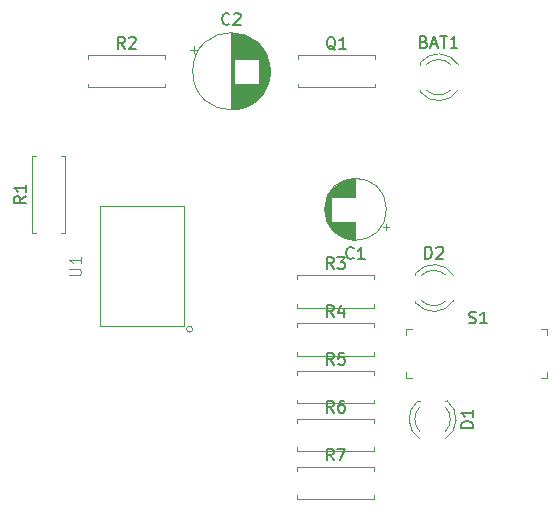
<source format=gbr>
%TF.GenerationSoftware,KiCad,Pcbnew,7.0.2*%
%TF.CreationDate,2023-05-19T20:53:45+09:00*%
%TF.ProjectId,555_practice,3535355f-7072-4616-9374-6963652e6b69,rev?*%
%TF.SameCoordinates,Original*%
%TF.FileFunction,Legend,Top*%
%TF.FilePolarity,Positive*%
%FSLAX46Y46*%
G04 Gerber Fmt 4.6, Leading zero omitted, Abs format (unit mm)*
G04 Created by KiCad (PCBNEW 7.0.2) date 2023-05-19 20:53:45*
%MOMM*%
%LPD*%
G01*
G04 APERTURE LIST*
%ADD10C,0.150000*%
%ADD11C,0.100000*%
%ADD12C,0.120000*%
%ADD13C,0.101600*%
G04 APERTURE END LIST*
D10*
%TO.C,C2*%
X84903333Y-92487380D02*
X84855714Y-92535000D01*
X84855714Y-92535000D02*
X84712857Y-92582619D01*
X84712857Y-92582619D02*
X84617619Y-92582619D01*
X84617619Y-92582619D02*
X84474762Y-92535000D01*
X84474762Y-92535000D02*
X84379524Y-92439761D01*
X84379524Y-92439761D02*
X84331905Y-92344523D01*
X84331905Y-92344523D02*
X84284286Y-92154047D01*
X84284286Y-92154047D02*
X84284286Y-92011190D01*
X84284286Y-92011190D02*
X84331905Y-91820714D01*
X84331905Y-91820714D02*
X84379524Y-91725476D01*
X84379524Y-91725476D02*
X84474762Y-91630238D01*
X84474762Y-91630238D02*
X84617619Y-91582619D01*
X84617619Y-91582619D02*
X84712857Y-91582619D01*
X84712857Y-91582619D02*
X84855714Y-91630238D01*
X84855714Y-91630238D02*
X84903333Y-91677857D01*
X85284286Y-91677857D02*
X85331905Y-91630238D01*
X85331905Y-91630238D02*
X85427143Y-91582619D01*
X85427143Y-91582619D02*
X85665238Y-91582619D01*
X85665238Y-91582619D02*
X85760476Y-91630238D01*
X85760476Y-91630238D02*
X85808095Y-91677857D01*
X85808095Y-91677857D02*
X85855714Y-91773095D01*
X85855714Y-91773095D02*
X85855714Y-91868333D01*
X85855714Y-91868333D02*
X85808095Y-92011190D01*
X85808095Y-92011190D02*
X85236667Y-92582619D01*
X85236667Y-92582619D02*
X85855714Y-92582619D01*
D11*
%TO.C,U1*%
X71344619Y-113791904D02*
X72154142Y-113791904D01*
X72154142Y-113791904D02*
X72249380Y-113744285D01*
X72249380Y-113744285D02*
X72297000Y-113696666D01*
X72297000Y-113696666D02*
X72344619Y-113601428D01*
X72344619Y-113601428D02*
X72344619Y-113410952D01*
X72344619Y-113410952D02*
X72297000Y-113315714D01*
X72297000Y-113315714D02*
X72249380Y-113268095D01*
X72249380Y-113268095D02*
X72154142Y-113220476D01*
X72154142Y-113220476D02*
X71344619Y-113220476D01*
X72344619Y-112220476D02*
X72344619Y-112791904D01*
X72344619Y-112506190D02*
X71344619Y-112506190D01*
X71344619Y-112506190D02*
X71487476Y-112601428D01*
X71487476Y-112601428D02*
X71582714Y-112696666D01*
X71582714Y-112696666D02*
X71630333Y-112791904D01*
D10*
%TO.C,R1*%
X67688619Y-107100666D02*
X67212428Y-107433999D01*
X67688619Y-107672094D02*
X66688619Y-107672094D01*
X66688619Y-107672094D02*
X66688619Y-107291142D01*
X66688619Y-107291142D02*
X66736238Y-107195904D01*
X66736238Y-107195904D02*
X66783857Y-107148285D01*
X66783857Y-107148285D02*
X66879095Y-107100666D01*
X66879095Y-107100666D02*
X67021952Y-107100666D01*
X67021952Y-107100666D02*
X67117190Y-107148285D01*
X67117190Y-107148285D02*
X67164809Y-107195904D01*
X67164809Y-107195904D02*
X67212428Y-107291142D01*
X67212428Y-107291142D02*
X67212428Y-107672094D01*
X67688619Y-106148285D02*
X67688619Y-106719713D01*
X67688619Y-106433999D02*
X66688619Y-106433999D01*
X66688619Y-106433999D02*
X66831476Y-106529237D01*
X66831476Y-106529237D02*
X66926714Y-106624475D01*
X66926714Y-106624475D02*
X66974333Y-106719713D01*
%TO.C,R2*%
X76033333Y-94612619D02*
X75700000Y-94136428D01*
X75461905Y-94612619D02*
X75461905Y-93612619D01*
X75461905Y-93612619D02*
X75842857Y-93612619D01*
X75842857Y-93612619D02*
X75938095Y-93660238D01*
X75938095Y-93660238D02*
X75985714Y-93707857D01*
X75985714Y-93707857D02*
X76033333Y-93803095D01*
X76033333Y-93803095D02*
X76033333Y-93945952D01*
X76033333Y-93945952D02*
X75985714Y-94041190D01*
X75985714Y-94041190D02*
X75938095Y-94088809D01*
X75938095Y-94088809D02*
X75842857Y-94136428D01*
X75842857Y-94136428D02*
X75461905Y-94136428D01*
X76414286Y-93707857D02*
X76461905Y-93660238D01*
X76461905Y-93660238D02*
X76557143Y-93612619D01*
X76557143Y-93612619D02*
X76795238Y-93612619D01*
X76795238Y-93612619D02*
X76890476Y-93660238D01*
X76890476Y-93660238D02*
X76938095Y-93707857D01*
X76938095Y-93707857D02*
X76985714Y-93803095D01*
X76985714Y-93803095D02*
X76985714Y-93898333D01*
X76985714Y-93898333D02*
X76938095Y-94041190D01*
X76938095Y-94041190D02*
X76366667Y-94612619D01*
X76366667Y-94612619D02*
X76985714Y-94612619D01*
%TO.C,Q1*%
X93884761Y-94707857D02*
X93789523Y-94660238D01*
X93789523Y-94660238D02*
X93694285Y-94565000D01*
X93694285Y-94565000D02*
X93551428Y-94422142D01*
X93551428Y-94422142D02*
X93456190Y-94374523D01*
X93456190Y-94374523D02*
X93360952Y-94374523D01*
X93408571Y-94612619D02*
X93313333Y-94565000D01*
X93313333Y-94565000D02*
X93218095Y-94469761D01*
X93218095Y-94469761D02*
X93170476Y-94279285D01*
X93170476Y-94279285D02*
X93170476Y-93945952D01*
X93170476Y-93945952D02*
X93218095Y-93755476D01*
X93218095Y-93755476D02*
X93313333Y-93660238D01*
X93313333Y-93660238D02*
X93408571Y-93612619D01*
X93408571Y-93612619D02*
X93599047Y-93612619D01*
X93599047Y-93612619D02*
X93694285Y-93660238D01*
X93694285Y-93660238D02*
X93789523Y-93755476D01*
X93789523Y-93755476D02*
X93837142Y-93945952D01*
X93837142Y-93945952D02*
X93837142Y-94279285D01*
X93837142Y-94279285D02*
X93789523Y-94469761D01*
X93789523Y-94469761D02*
X93694285Y-94565000D01*
X93694285Y-94565000D02*
X93599047Y-94612619D01*
X93599047Y-94612619D02*
X93408571Y-94612619D01*
X94789523Y-94612619D02*
X94218095Y-94612619D01*
X94503809Y-94612619D02*
X94503809Y-93612619D01*
X94503809Y-93612619D02*
X94408571Y-93755476D01*
X94408571Y-93755476D02*
X94313333Y-93850714D01*
X94313333Y-93850714D02*
X94218095Y-93898333D01*
%TO.C,R5*%
X93719533Y-121365619D02*
X93386200Y-120889428D01*
X93148105Y-121365619D02*
X93148105Y-120365619D01*
X93148105Y-120365619D02*
X93529057Y-120365619D01*
X93529057Y-120365619D02*
X93624295Y-120413238D01*
X93624295Y-120413238D02*
X93671914Y-120460857D01*
X93671914Y-120460857D02*
X93719533Y-120556095D01*
X93719533Y-120556095D02*
X93719533Y-120698952D01*
X93719533Y-120698952D02*
X93671914Y-120794190D01*
X93671914Y-120794190D02*
X93624295Y-120841809D01*
X93624295Y-120841809D02*
X93529057Y-120889428D01*
X93529057Y-120889428D02*
X93148105Y-120889428D01*
X94624295Y-120365619D02*
X94148105Y-120365619D01*
X94148105Y-120365619D02*
X94100486Y-120841809D01*
X94100486Y-120841809D02*
X94148105Y-120794190D01*
X94148105Y-120794190D02*
X94243343Y-120746571D01*
X94243343Y-120746571D02*
X94481438Y-120746571D01*
X94481438Y-120746571D02*
X94576676Y-120794190D01*
X94576676Y-120794190D02*
X94624295Y-120841809D01*
X94624295Y-120841809D02*
X94671914Y-120937047D01*
X94671914Y-120937047D02*
X94671914Y-121175142D01*
X94671914Y-121175142D02*
X94624295Y-121270380D01*
X94624295Y-121270380D02*
X94576676Y-121318000D01*
X94576676Y-121318000D02*
X94481438Y-121365619D01*
X94481438Y-121365619D02*
X94243343Y-121365619D01*
X94243343Y-121365619D02*
X94148105Y-121318000D01*
X94148105Y-121318000D02*
X94100486Y-121270380D01*
%TO.C,R4*%
X93719533Y-117315619D02*
X93386200Y-116839428D01*
X93148105Y-117315619D02*
X93148105Y-116315619D01*
X93148105Y-116315619D02*
X93529057Y-116315619D01*
X93529057Y-116315619D02*
X93624295Y-116363238D01*
X93624295Y-116363238D02*
X93671914Y-116410857D01*
X93671914Y-116410857D02*
X93719533Y-116506095D01*
X93719533Y-116506095D02*
X93719533Y-116648952D01*
X93719533Y-116648952D02*
X93671914Y-116744190D01*
X93671914Y-116744190D02*
X93624295Y-116791809D01*
X93624295Y-116791809D02*
X93529057Y-116839428D01*
X93529057Y-116839428D02*
X93148105Y-116839428D01*
X94576676Y-116648952D02*
X94576676Y-117315619D01*
X94338581Y-116268000D02*
X94100486Y-116982285D01*
X94100486Y-116982285D02*
X94719533Y-116982285D01*
%TO.C,BAT1*%
X101396714Y-94006809D02*
X101539571Y-94054428D01*
X101539571Y-94054428D02*
X101587190Y-94102047D01*
X101587190Y-94102047D02*
X101634809Y-94197285D01*
X101634809Y-94197285D02*
X101634809Y-94340142D01*
X101634809Y-94340142D02*
X101587190Y-94435380D01*
X101587190Y-94435380D02*
X101539571Y-94483000D01*
X101539571Y-94483000D02*
X101444333Y-94530619D01*
X101444333Y-94530619D02*
X101063381Y-94530619D01*
X101063381Y-94530619D02*
X101063381Y-93530619D01*
X101063381Y-93530619D02*
X101396714Y-93530619D01*
X101396714Y-93530619D02*
X101491952Y-93578238D01*
X101491952Y-93578238D02*
X101539571Y-93625857D01*
X101539571Y-93625857D02*
X101587190Y-93721095D01*
X101587190Y-93721095D02*
X101587190Y-93816333D01*
X101587190Y-93816333D02*
X101539571Y-93911571D01*
X101539571Y-93911571D02*
X101491952Y-93959190D01*
X101491952Y-93959190D02*
X101396714Y-94006809D01*
X101396714Y-94006809D02*
X101063381Y-94006809D01*
X102015762Y-94244904D02*
X102491952Y-94244904D01*
X101920524Y-94530619D02*
X102253857Y-93530619D01*
X102253857Y-93530619D02*
X102587190Y-94530619D01*
X102777667Y-93530619D02*
X103349095Y-93530619D01*
X103063381Y-94530619D02*
X103063381Y-93530619D01*
X104206238Y-94530619D02*
X103634810Y-94530619D01*
X103920524Y-94530619D02*
X103920524Y-93530619D01*
X103920524Y-93530619D02*
X103825286Y-93673476D01*
X103825286Y-93673476D02*
X103730048Y-93768714D01*
X103730048Y-93768714D02*
X103634810Y-93816333D01*
%TO.C,R6*%
X93719533Y-125415619D02*
X93386200Y-124939428D01*
X93148105Y-125415619D02*
X93148105Y-124415619D01*
X93148105Y-124415619D02*
X93529057Y-124415619D01*
X93529057Y-124415619D02*
X93624295Y-124463238D01*
X93624295Y-124463238D02*
X93671914Y-124510857D01*
X93671914Y-124510857D02*
X93719533Y-124606095D01*
X93719533Y-124606095D02*
X93719533Y-124748952D01*
X93719533Y-124748952D02*
X93671914Y-124844190D01*
X93671914Y-124844190D02*
X93624295Y-124891809D01*
X93624295Y-124891809D02*
X93529057Y-124939428D01*
X93529057Y-124939428D02*
X93148105Y-124939428D01*
X94576676Y-124415619D02*
X94386200Y-124415619D01*
X94386200Y-124415619D02*
X94290962Y-124463238D01*
X94290962Y-124463238D02*
X94243343Y-124510857D01*
X94243343Y-124510857D02*
X94148105Y-124653714D01*
X94148105Y-124653714D02*
X94100486Y-124844190D01*
X94100486Y-124844190D02*
X94100486Y-125225142D01*
X94100486Y-125225142D02*
X94148105Y-125320380D01*
X94148105Y-125320380D02*
X94195724Y-125368000D01*
X94195724Y-125368000D02*
X94290962Y-125415619D01*
X94290962Y-125415619D02*
X94481438Y-125415619D01*
X94481438Y-125415619D02*
X94576676Y-125368000D01*
X94576676Y-125368000D02*
X94624295Y-125320380D01*
X94624295Y-125320380D02*
X94671914Y-125225142D01*
X94671914Y-125225142D02*
X94671914Y-124987047D01*
X94671914Y-124987047D02*
X94624295Y-124891809D01*
X94624295Y-124891809D02*
X94576676Y-124844190D01*
X94576676Y-124844190D02*
X94481438Y-124796571D01*
X94481438Y-124796571D02*
X94290962Y-124796571D01*
X94290962Y-124796571D02*
X94195724Y-124844190D01*
X94195724Y-124844190D02*
X94148105Y-124891809D01*
X94148105Y-124891809D02*
X94100486Y-124987047D01*
%TO.C,C1*%
X95414221Y-112321380D02*
X95366602Y-112369000D01*
X95366602Y-112369000D02*
X95223745Y-112416619D01*
X95223745Y-112416619D02*
X95128507Y-112416619D01*
X95128507Y-112416619D02*
X94985650Y-112369000D01*
X94985650Y-112369000D02*
X94890412Y-112273761D01*
X94890412Y-112273761D02*
X94842793Y-112178523D01*
X94842793Y-112178523D02*
X94795174Y-111988047D01*
X94795174Y-111988047D02*
X94795174Y-111845190D01*
X94795174Y-111845190D02*
X94842793Y-111654714D01*
X94842793Y-111654714D02*
X94890412Y-111559476D01*
X94890412Y-111559476D02*
X94985650Y-111464238D01*
X94985650Y-111464238D02*
X95128507Y-111416619D01*
X95128507Y-111416619D02*
X95223745Y-111416619D01*
X95223745Y-111416619D02*
X95366602Y-111464238D01*
X95366602Y-111464238D02*
X95414221Y-111511857D01*
X96366602Y-112416619D02*
X95795174Y-112416619D01*
X96080888Y-112416619D02*
X96080888Y-111416619D01*
X96080888Y-111416619D02*
X95985650Y-111559476D01*
X95985650Y-111559476D02*
X95890412Y-111654714D01*
X95890412Y-111654714D02*
X95795174Y-111702333D01*
%TO.C,R3*%
X93719533Y-113265619D02*
X93386200Y-112789428D01*
X93148105Y-113265619D02*
X93148105Y-112265619D01*
X93148105Y-112265619D02*
X93529057Y-112265619D01*
X93529057Y-112265619D02*
X93624295Y-112313238D01*
X93624295Y-112313238D02*
X93671914Y-112360857D01*
X93671914Y-112360857D02*
X93719533Y-112456095D01*
X93719533Y-112456095D02*
X93719533Y-112598952D01*
X93719533Y-112598952D02*
X93671914Y-112694190D01*
X93671914Y-112694190D02*
X93624295Y-112741809D01*
X93624295Y-112741809D02*
X93529057Y-112789428D01*
X93529057Y-112789428D02*
X93148105Y-112789428D01*
X94052867Y-112265619D02*
X94671914Y-112265619D01*
X94671914Y-112265619D02*
X94338581Y-112646571D01*
X94338581Y-112646571D02*
X94481438Y-112646571D01*
X94481438Y-112646571D02*
X94576676Y-112694190D01*
X94576676Y-112694190D02*
X94624295Y-112741809D01*
X94624295Y-112741809D02*
X94671914Y-112837047D01*
X94671914Y-112837047D02*
X94671914Y-113075142D01*
X94671914Y-113075142D02*
X94624295Y-113170380D01*
X94624295Y-113170380D02*
X94576676Y-113218000D01*
X94576676Y-113218000D02*
X94481438Y-113265619D01*
X94481438Y-113265619D02*
X94195724Y-113265619D01*
X94195724Y-113265619D02*
X94100486Y-113218000D01*
X94100486Y-113218000D02*
X94052867Y-113170380D01*
%TO.C,D1*%
X105530619Y-126717094D02*
X104530619Y-126717094D01*
X104530619Y-126717094D02*
X104530619Y-126478999D01*
X104530619Y-126478999D02*
X104578238Y-126336142D01*
X104578238Y-126336142D02*
X104673476Y-126240904D01*
X104673476Y-126240904D02*
X104768714Y-126193285D01*
X104768714Y-126193285D02*
X104959190Y-126145666D01*
X104959190Y-126145666D02*
X105102047Y-126145666D01*
X105102047Y-126145666D02*
X105292523Y-126193285D01*
X105292523Y-126193285D02*
X105387761Y-126240904D01*
X105387761Y-126240904D02*
X105483000Y-126336142D01*
X105483000Y-126336142D02*
X105530619Y-126478999D01*
X105530619Y-126478999D02*
X105530619Y-126717094D01*
X105530619Y-125193285D02*
X105530619Y-125764713D01*
X105530619Y-125478999D02*
X104530619Y-125478999D01*
X104530619Y-125478999D02*
X104673476Y-125574237D01*
X104673476Y-125574237D02*
X104768714Y-125669475D01*
X104768714Y-125669475D02*
X104816333Y-125764713D01*
%TO.C,R7*%
X93719533Y-129465619D02*
X93386200Y-128989428D01*
X93148105Y-129465619D02*
X93148105Y-128465619D01*
X93148105Y-128465619D02*
X93529057Y-128465619D01*
X93529057Y-128465619D02*
X93624295Y-128513238D01*
X93624295Y-128513238D02*
X93671914Y-128560857D01*
X93671914Y-128560857D02*
X93719533Y-128656095D01*
X93719533Y-128656095D02*
X93719533Y-128798952D01*
X93719533Y-128798952D02*
X93671914Y-128894190D01*
X93671914Y-128894190D02*
X93624295Y-128941809D01*
X93624295Y-128941809D02*
X93529057Y-128989428D01*
X93529057Y-128989428D02*
X93148105Y-128989428D01*
X94052867Y-128465619D02*
X94719533Y-128465619D01*
X94719533Y-128465619D02*
X94290962Y-129465619D01*
%TO.C,D2*%
X101478105Y-112375619D02*
X101478105Y-111375619D01*
X101478105Y-111375619D02*
X101716200Y-111375619D01*
X101716200Y-111375619D02*
X101859057Y-111423238D01*
X101859057Y-111423238D02*
X101954295Y-111518476D01*
X101954295Y-111518476D02*
X102001914Y-111613714D01*
X102001914Y-111613714D02*
X102049533Y-111804190D01*
X102049533Y-111804190D02*
X102049533Y-111947047D01*
X102049533Y-111947047D02*
X102001914Y-112137523D01*
X102001914Y-112137523D02*
X101954295Y-112232761D01*
X101954295Y-112232761D02*
X101859057Y-112328000D01*
X101859057Y-112328000D02*
X101716200Y-112375619D01*
X101716200Y-112375619D02*
X101478105Y-112375619D01*
X102430486Y-111470857D02*
X102478105Y-111423238D01*
X102478105Y-111423238D02*
X102573343Y-111375619D01*
X102573343Y-111375619D02*
X102811438Y-111375619D01*
X102811438Y-111375619D02*
X102906676Y-111423238D01*
X102906676Y-111423238D02*
X102954295Y-111470857D01*
X102954295Y-111470857D02*
X103001914Y-111566095D01*
X103001914Y-111566095D02*
X103001914Y-111661333D01*
X103001914Y-111661333D02*
X102954295Y-111804190D01*
X102954295Y-111804190D02*
X102382867Y-112375619D01*
X102382867Y-112375619D02*
X103001914Y-112375619D01*
%TO.C,S1*%
X105194295Y-117818000D02*
X105337152Y-117865619D01*
X105337152Y-117865619D02*
X105575247Y-117865619D01*
X105575247Y-117865619D02*
X105670485Y-117818000D01*
X105670485Y-117818000D02*
X105718104Y-117770380D01*
X105718104Y-117770380D02*
X105765723Y-117675142D01*
X105765723Y-117675142D02*
X105765723Y-117579904D01*
X105765723Y-117579904D02*
X105718104Y-117484666D01*
X105718104Y-117484666D02*
X105670485Y-117437047D01*
X105670485Y-117437047D02*
X105575247Y-117389428D01*
X105575247Y-117389428D02*
X105384771Y-117341809D01*
X105384771Y-117341809D02*
X105289533Y-117294190D01*
X105289533Y-117294190D02*
X105241914Y-117246571D01*
X105241914Y-117246571D02*
X105194295Y-117151333D01*
X105194295Y-117151333D02*
X105194295Y-117056095D01*
X105194295Y-117056095D02*
X105241914Y-116960857D01*
X105241914Y-116960857D02*
X105289533Y-116913238D01*
X105289533Y-116913238D02*
X105384771Y-116865619D01*
X105384771Y-116865619D02*
X105622866Y-116865619D01*
X105622866Y-116865619D02*
X105765723Y-116913238D01*
X106718104Y-117865619D02*
X106146676Y-117865619D01*
X106432390Y-117865619D02*
X106432390Y-116865619D01*
X106432390Y-116865619D02*
X106337152Y-117008476D01*
X106337152Y-117008476D02*
X106241914Y-117103714D01*
X106241914Y-117103714D02*
X106146676Y-117151333D01*
D12*
%TO.C,C2*%
X81569759Y-94681000D02*
X82199759Y-94681000D01*
X81884759Y-94366000D02*
X81884759Y-94996000D01*
X85070000Y-93290000D02*
X85070000Y-99750000D01*
X85110000Y-93290000D02*
X85110000Y-99750000D01*
X85150000Y-93290000D02*
X85150000Y-99750000D01*
X85190000Y-93292000D02*
X85190000Y-99748000D01*
X85230000Y-93293000D02*
X85230000Y-99747000D01*
X85270000Y-93296000D02*
X85270000Y-99744000D01*
X85310000Y-93298000D02*
X85310000Y-95480000D01*
X85310000Y-97560000D02*
X85310000Y-99742000D01*
X85350000Y-93302000D02*
X85350000Y-95480000D01*
X85350000Y-97560000D02*
X85350000Y-99738000D01*
X85390000Y-93305000D02*
X85390000Y-95480000D01*
X85390000Y-97560000D02*
X85390000Y-99735000D01*
X85430000Y-93309000D02*
X85430000Y-95480000D01*
X85430000Y-97560000D02*
X85430000Y-99731000D01*
X85470000Y-93314000D02*
X85470000Y-95480000D01*
X85470000Y-97560000D02*
X85470000Y-99726000D01*
X85510000Y-93319000D02*
X85510000Y-95480000D01*
X85510000Y-97560000D02*
X85510000Y-99721000D01*
X85550000Y-93325000D02*
X85550000Y-95480000D01*
X85550000Y-97560000D02*
X85550000Y-99715000D01*
X85590000Y-93331000D02*
X85590000Y-95480000D01*
X85590000Y-97560000D02*
X85590000Y-99709000D01*
X85630000Y-93338000D02*
X85630000Y-95480000D01*
X85630000Y-97560000D02*
X85630000Y-99702000D01*
X85670000Y-93345000D02*
X85670000Y-95480000D01*
X85670000Y-97560000D02*
X85670000Y-99695000D01*
X85710000Y-93353000D02*
X85710000Y-95480000D01*
X85710000Y-97560000D02*
X85710000Y-99687000D01*
X85750000Y-93361000D02*
X85750000Y-95480000D01*
X85750000Y-97560000D02*
X85750000Y-99679000D01*
X85791000Y-93370000D02*
X85791000Y-95480000D01*
X85791000Y-97560000D02*
X85791000Y-99670000D01*
X85831000Y-93379000D02*
X85831000Y-95480000D01*
X85831000Y-97560000D02*
X85831000Y-99661000D01*
X85871000Y-93389000D02*
X85871000Y-95480000D01*
X85871000Y-97560000D02*
X85871000Y-99651000D01*
X85911000Y-93399000D02*
X85911000Y-95480000D01*
X85911000Y-97560000D02*
X85911000Y-99641000D01*
X85951000Y-93410000D02*
X85951000Y-95480000D01*
X85951000Y-97560000D02*
X85951000Y-99630000D01*
X85991000Y-93422000D02*
X85991000Y-95480000D01*
X85991000Y-97560000D02*
X85991000Y-99618000D01*
X86031000Y-93434000D02*
X86031000Y-95480000D01*
X86031000Y-97560000D02*
X86031000Y-99606000D01*
X86071000Y-93446000D02*
X86071000Y-95480000D01*
X86071000Y-97560000D02*
X86071000Y-99594000D01*
X86111000Y-93459000D02*
X86111000Y-95480000D01*
X86111000Y-97560000D02*
X86111000Y-99581000D01*
X86151000Y-93473000D02*
X86151000Y-95480000D01*
X86151000Y-97560000D02*
X86151000Y-99567000D01*
X86191000Y-93487000D02*
X86191000Y-95480000D01*
X86191000Y-97560000D02*
X86191000Y-99553000D01*
X86231000Y-93502000D02*
X86231000Y-95480000D01*
X86231000Y-97560000D02*
X86231000Y-99538000D01*
X86271000Y-93518000D02*
X86271000Y-95480000D01*
X86271000Y-97560000D02*
X86271000Y-99522000D01*
X86311000Y-93534000D02*
X86311000Y-95480000D01*
X86311000Y-97560000D02*
X86311000Y-99506000D01*
X86351000Y-93550000D02*
X86351000Y-95480000D01*
X86351000Y-97560000D02*
X86351000Y-99490000D01*
X86391000Y-93568000D02*
X86391000Y-95480000D01*
X86391000Y-97560000D02*
X86391000Y-99472000D01*
X86431000Y-93586000D02*
X86431000Y-95480000D01*
X86431000Y-97560000D02*
X86431000Y-99454000D01*
X86471000Y-93604000D02*
X86471000Y-95480000D01*
X86471000Y-97560000D02*
X86471000Y-99436000D01*
X86511000Y-93624000D02*
X86511000Y-95480000D01*
X86511000Y-97560000D02*
X86511000Y-99416000D01*
X86551000Y-93644000D02*
X86551000Y-95480000D01*
X86551000Y-97560000D02*
X86551000Y-99396000D01*
X86591000Y-93664000D02*
X86591000Y-95480000D01*
X86591000Y-97560000D02*
X86591000Y-99376000D01*
X86631000Y-93686000D02*
X86631000Y-95480000D01*
X86631000Y-97560000D02*
X86631000Y-99354000D01*
X86671000Y-93708000D02*
X86671000Y-95480000D01*
X86671000Y-97560000D02*
X86671000Y-99332000D01*
X86711000Y-93730000D02*
X86711000Y-95480000D01*
X86711000Y-97560000D02*
X86711000Y-99310000D01*
X86751000Y-93754000D02*
X86751000Y-95480000D01*
X86751000Y-97560000D02*
X86751000Y-99286000D01*
X86791000Y-93778000D02*
X86791000Y-95480000D01*
X86791000Y-97560000D02*
X86791000Y-99262000D01*
X86831000Y-93804000D02*
X86831000Y-95480000D01*
X86831000Y-97560000D02*
X86831000Y-99236000D01*
X86871000Y-93830000D02*
X86871000Y-95480000D01*
X86871000Y-97560000D02*
X86871000Y-99210000D01*
X86911000Y-93856000D02*
X86911000Y-95480000D01*
X86911000Y-97560000D02*
X86911000Y-99184000D01*
X86951000Y-93884000D02*
X86951000Y-95480000D01*
X86951000Y-97560000D02*
X86951000Y-99156000D01*
X86991000Y-93913000D02*
X86991000Y-95480000D01*
X86991000Y-97560000D02*
X86991000Y-99127000D01*
X87031000Y-93942000D02*
X87031000Y-95480000D01*
X87031000Y-97560000D02*
X87031000Y-99098000D01*
X87071000Y-93972000D02*
X87071000Y-95480000D01*
X87071000Y-97560000D02*
X87071000Y-99068000D01*
X87111000Y-94004000D02*
X87111000Y-95480000D01*
X87111000Y-97560000D02*
X87111000Y-99036000D01*
X87151000Y-94036000D02*
X87151000Y-95480000D01*
X87151000Y-97560000D02*
X87151000Y-99004000D01*
X87191000Y-94070000D02*
X87191000Y-95480000D01*
X87191000Y-97560000D02*
X87191000Y-98970000D01*
X87231000Y-94104000D02*
X87231000Y-95480000D01*
X87231000Y-97560000D02*
X87231000Y-98936000D01*
X87271000Y-94140000D02*
X87271000Y-95480000D01*
X87271000Y-97560000D02*
X87271000Y-98900000D01*
X87311000Y-94177000D02*
X87311000Y-95480000D01*
X87311000Y-97560000D02*
X87311000Y-98863000D01*
X87351000Y-94215000D02*
X87351000Y-95480000D01*
X87351000Y-97560000D02*
X87351000Y-98825000D01*
X87391000Y-94255000D02*
X87391000Y-98785000D01*
X87431000Y-94296000D02*
X87431000Y-98744000D01*
X87471000Y-94338000D02*
X87471000Y-98702000D01*
X87511000Y-94383000D02*
X87511000Y-98657000D01*
X87551000Y-94428000D02*
X87551000Y-98612000D01*
X87591000Y-94476000D02*
X87591000Y-98564000D01*
X87631000Y-94525000D02*
X87631000Y-98515000D01*
X87671000Y-94576000D02*
X87671000Y-98464000D01*
X87711000Y-94630000D02*
X87711000Y-98410000D01*
X87751000Y-94686000D02*
X87751000Y-98354000D01*
X87791000Y-94744000D02*
X87791000Y-98296000D01*
X87831000Y-94806000D02*
X87831000Y-98234000D01*
X87871000Y-94870000D02*
X87871000Y-98170000D01*
X87911000Y-94939000D02*
X87911000Y-98101000D01*
X87951000Y-95011000D02*
X87951000Y-98029000D01*
X87991000Y-95088000D02*
X87991000Y-97952000D01*
X88031000Y-95170000D02*
X88031000Y-97870000D01*
X88071000Y-95258000D02*
X88071000Y-97782000D01*
X88111000Y-95355000D02*
X88111000Y-97685000D01*
X88151000Y-95461000D02*
X88151000Y-97579000D01*
X88191000Y-95580000D02*
X88191000Y-97460000D01*
X88231000Y-95718000D02*
X88231000Y-97322000D01*
X88271000Y-95887000D02*
X88271000Y-97153000D01*
X88311000Y-96118000D02*
X88311000Y-96922000D01*
X88340000Y-96520000D02*
G75*
G03*
X88340000Y-96520000I-3270000J0D01*
G01*
D13*
%TO.C,U1*%
X81788000Y-118364000D02*
G75*
G03*
X81788000Y-118364000I-254000J0D01*
G01*
X81026000Y-118110000D02*
X73914000Y-118110000D01*
X73914000Y-107950000D01*
X81026000Y-107950000D01*
X81026000Y-118110000D01*
D12*
%TO.C,R1*%
X68226000Y-110204000D02*
X68226000Y-103664000D01*
X68556000Y-110204000D02*
X68226000Y-110204000D01*
X70636000Y-110204000D02*
X70966000Y-110204000D01*
X70966000Y-110204000D02*
X70966000Y-103664000D01*
X68226000Y-103664000D02*
X68556000Y-103664000D01*
X70966000Y-103664000D02*
X70636000Y-103664000D01*
%TO.C,R2*%
X72930000Y-95150000D02*
X79470000Y-95150000D01*
X72930000Y-95480000D02*
X72930000Y-95150000D01*
X72930000Y-97560000D02*
X72930000Y-97890000D01*
X72930000Y-97890000D02*
X79470000Y-97890000D01*
X79470000Y-95150000D02*
X79470000Y-95480000D01*
X79470000Y-97890000D02*
X79470000Y-97560000D01*
%TO.C,Q1*%
X90710000Y-95150000D02*
X97250000Y-95150000D01*
X90710000Y-95480000D02*
X90710000Y-95150000D01*
X90710000Y-97560000D02*
X90710000Y-97890000D01*
X90710000Y-97890000D02*
X97250000Y-97890000D01*
X97250000Y-95150000D02*
X97250000Y-95480000D01*
X97250000Y-97890000D02*
X97250000Y-97560000D01*
%TO.C,R5*%
X90616200Y-121903000D02*
X97156200Y-121903000D01*
X90616200Y-122233000D02*
X90616200Y-121903000D01*
X90616200Y-124313000D02*
X90616200Y-124643000D01*
X90616200Y-124643000D02*
X97156200Y-124643000D01*
X97156200Y-121903000D02*
X97156200Y-122233000D01*
X97156200Y-124643000D02*
X97156200Y-124313000D01*
%TO.C,R4*%
X90616200Y-117853000D02*
X97156200Y-117853000D01*
X90616200Y-118183000D02*
X90616200Y-117853000D01*
X90616200Y-120263000D02*
X90616200Y-120593000D01*
X90616200Y-120593000D02*
X97156200Y-120593000D01*
X97156200Y-117853000D02*
X97156200Y-118183000D01*
X97156200Y-120593000D02*
X97156200Y-120263000D01*
%TO.C,BAT1*%
X101051000Y-95792000D02*
X101051000Y-95948000D01*
X101051000Y-98108000D02*
X101051000Y-98264000D01*
X104283334Y-95949392D02*
G75*
G03*
X101051001Y-95792485I-1672334J-1078608D01*
G01*
X103652129Y-95948164D02*
G75*
G03*
X101570040Y-95948001I-1041129J-1079836D01*
G01*
X101570040Y-98107999D02*
G75*
G03*
X103652129Y-98107836I1040960J1079999D01*
G01*
X101051001Y-98263515D02*
G75*
G03*
X104283334Y-98106608I1559999J1235515D01*
G01*
%TO.C,R6*%
X90616200Y-125953000D02*
X97156200Y-125953000D01*
X90616200Y-126283000D02*
X90616200Y-125953000D01*
X90616200Y-128363000D02*
X90616200Y-128693000D01*
X90616200Y-128693000D02*
X97156200Y-128693000D01*
X97156200Y-125953000D02*
X97156200Y-126283000D01*
X97156200Y-128693000D02*
X97156200Y-128363000D01*
%TO.C,C1*%
X98385663Y-109679000D02*
X97885663Y-109679000D01*
X98135663Y-109929000D02*
X98135663Y-109429000D01*
X95580888Y-110784000D02*
X95580888Y-109244000D01*
X95580888Y-107164000D02*
X95580888Y-105624000D01*
X95540888Y-110784000D02*
X95540888Y-109244000D01*
X95540888Y-107164000D02*
X95540888Y-105624000D01*
X95500888Y-110783000D02*
X95500888Y-109244000D01*
X95500888Y-107164000D02*
X95500888Y-105625000D01*
X95460888Y-110782000D02*
X95460888Y-109244000D01*
X95460888Y-107164000D02*
X95460888Y-105626000D01*
X95420888Y-110780000D02*
X95420888Y-109244000D01*
X95420888Y-107164000D02*
X95420888Y-105628000D01*
X95380888Y-110777000D02*
X95380888Y-109244000D01*
X95380888Y-107164000D02*
X95380888Y-105631000D01*
X95340888Y-110773000D02*
X95340888Y-109244000D01*
X95340888Y-107164000D02*
X95340888Y-105635000D01*
X95300888Y-110769000D02*
X95300888Y-109244000D01*
X95300888Y-107164000D02*
X95300888Y-105639000D01*
X95260888Y-110765000D02*
X95260888Y-109244000D01*
X95260888Y-107164000D02*
X95260888Y-105643000D01*
X95220888Y-110760000D02*
X95220888Y-109244000D01*
X95220888Y-107164000D02*
X95220888Y-105648000D01*
X95180888Y-110754000D02*
X95180888Y-109244000D01*
X95180888Y-107164000D02*
X95180888Y-105654000D01*
X95140888Y-110747000D02*
X95140888Y-109244000D01*
X95140888Y-107164000D02*
X95140888Y-105661000D01*
X95100888Y-110740000D02*
X95100888Y-109244000D01*
X95100888Y-107164000D02*
X95100888Y-105668000D01*
X95060888Y-110732000D02*
X95060888Y-109244000D01*
X95060888Y-107164000D02*
X95060888Y-105676000D01*
X95020888Y-110724000D02*
X95020888Y-109244000D01*
X95020888Y-107164000D02*
X95020888Y-105684000D01*
X94980888Y-110715000D02*
X94980888Y-109244000D01*
X94980888Y-107164000D02*
X94980888Y-105693000D01*
X94940888Y-110705000D02*
X94940888Y-109244000D01*
X94940888Y-107164000D02*
X94940888Y-105703000D01*
X94900888Y-110695000D02*
X94900888Y-109244000D01*
X94900888Y-107164000D02*
X94900888Y-105713000D01*
X94859888Y-110684000D02*
X94859888Y-109244000D01*
X94859888Y-107164000D02*
X94859888Y-105724000D01*
X94819888Y-110672000D02*
X94819888Y-109244000D01*
X94819888Y-107164000D02*
X94819888Y-105736000D01*
X94779888Y-110659000D02*
X94779888Y-109244000D01*
X94779888Y-107164000D02*
X94779888Y-105749000D01*
X94739888Y-110646000D02*
X94739888Y-109244000D01*
X94739888Y-107164000D02*
X94739888Y-105762000D01*
X94699888Y-110632000D02*
X94699888Y-109244000D01*
X94699888Y-107164000D02*
X94699888Y-105776000D01*
X94659888Y-110618000D02*
X94659888Y-109244000D01*
X94659888Y-107164000D02*
X94659888Y-105790000D01*
X94619888Y-110602000D02*
X94619888Y-109244000D01*
X94619888Y-107164000D02*
X94619888Y-105806000D01*
X94579888Y-110586000D02*
X94579888Y-109244000D01*
X94579888Y-107164000D02*
X94579888Y-105822000D01*
X94539888Y-110569000D02*
X94539888Y-109244000D01*
X94539888Y-107164000D02*
X94539888Y-105839000D01*
X94499888Y-110552000D02*
X94499888Y-109244000D01*
X94499888Y-107164000D02*
X94499888Y-105856000D01*
X94459888Y-110533000D02*
X94459888Y-109244000D01*
X94459888Y-107164000D02*
X94459888Y-105875000D01*
X94419888Y-110514000D02*
X94419888Y-109244000D01*
X94419888Y-107164000D02*
X94419888Y-105894000D01*
X94379888Y-110494000D02*
X94379888Y-109244000D01*
X94379888Y-107164000D02*
X94379888Y-105914000D01*
X94339888Y-110472000D02*
X94339888Y-109244000D01*
X94339888Y-107164000D02*
X94339888Y-105936000D01*
X94299888Y-110451000D02*
X94299888Y-109244000D01*
X94299888Y-107164000D02*
X94299888Y-105957000D01*
X94259888Y-110428000D02*
X94259888Y-109244000D01*
X94259888Y-107164000D02*
X94259888Y-105980000D01*
X94219888Y-110404000D02*
X94219888Y-109244000D01*
X94219888Y-107164000D02*
X94219888Y-106004000D01*
X94179888Y-110379000D02*
X94179888Y-109244000D01*
X94179888Y-107164000D02*
X94179888Y-106029000D01*
X94139888Y-110353000D02*
X94139888Y-109244000D01*
X94139888Y-107164000D02*
X94139888Y-106055000D01*
X94099888Y-110326000D02*
X94099888Y-109244000D01*
X94099888Y-107164000D02*
X94099888Y-106082000D01*
X94059888Y-110299000D02*
X94059888Y-109244000D01*
X94059888Y-107164000D02*
X94059888Y-106109000D01*
X94019888Y-110269000D02*
X94019888Y-109244000D01*
X94019888Y-107164000D02*
X94019888Y-106139000D01*
X93979888Y-110239000D02*
X93979888Y-109244000D01*
X93979888Y-107164000D02*
X93979888Y-106169000D01*
X93939888Y-110208000D02*
X93939888Y-109244000D01*
X93939888Y-107164000D02*
X93939888Y-106200000D01*
X93899888Y-110175000D02*
X93899888Y-109244000D01*
X93899888Y-107164000D02*
X93899888Y-106233000D01*
X93859888Y-110141000D02*
X93859888Y-109244000D01*
X93859888Y-107164000D02*
X93859888Y-106267000D01*
X93819888Y-110105000D02*
X93819888Y-109244000D01*
X93819888Y-107164000D02*
X93819888Y-106303000D01*
X93779888Y-110068000D02*
X93779888Y-109244000D01*
X93779888Y-107164000D02*
X93779888Y-106340000D01*
X93739888Y-110030000D02*
X93739888Y-109244000D01*
X93739888Y-107164000D02*
X93739888Y-106378000D01*
X93699888Y-109989000D02*
X93699888Y-109244000D01*
X93699888Y-107164000D02*
X93699888Y-106419000D01*
X93659888Y-109947000D02*
X93659888Y-109244000D01*
X93659888Y-107164000D02*
X93659888Y-106461000D01*
X93619888Y-109903000D02*
X93619888Y-109244000D01*
X93619888Y-107164000D02*
X93619888Y-106505000D01*
X93579888Y-109857000D02*
X93579888Y-109244000D01*
X93579888Y-107164000D02*
X93579888Y-106551000D01*
X93539888Y-109809000D02*
X93539888Y-106599000D01*
X93499888Y-109758000D02*
X93499888Y-106650000D01*
X93459888Y-109704000D02*
X93459888Y-106704000D01*
X93419888Y-109647000D02*
X93419888Y-106761000D01*
X93379888Y-109587000D02*
X93379888Y-106821000D01*
X93339888Y-109523000D02*
X93339888Y-106885000D01*
X93299888Y-109455000D02*
X93299888Y-106953000D01*
X93259888Y-109382000D02*
X93259888Y-107026000D01*
X93219888Y-109302000D02*
X93219888Y-107106000D01*
X93179888Y-109215000D02*
X93179888Y-107193000D01*
X93139888Y-109119000D02*
X93139888Y-107289000D01*
X93099888Y-109009000D02*
X93099888Y-107399000D01*
X93059888Y-108881000D02*
X93059888Y-107527000D01*
X93019888Y-108722000D02*
X93019888Y-107686000D01*
X92979888Y-108488000D02*
X92979888Y-107920000D01*
X98200888Y-108204000D02*
G75*
G03*
X98200888Y-108204000I-2620000J0D01*
G01*
%TO.C,R3*%
X90616200Y-113803000D02*
X97156200Y-113803000D01*
X90616200Y-114133000D02*
X90616200Y-113803000D01*
X90616200Y-116213000D02*
X90616200Y-116543000D01*
X90616200Y-116543000D02*
X97156200Y-116543000D01*
X97156200Y-113803000D02*
X97156200Y-114133000D01*
X97156200Y-116543000D02*
X97156200Y-116213000D01*
%TO.C,D1*%
X103344000Y-124419000D02*
X103188000Y-124419000D01*
X101028000Y-124419000D02*
X100872000Y-124419000D01*
X103186608Y-127651334D02*
G75*
G03*
X103343515Y-124419001I-1078608J1672334D01*
G01*
X103187836Y-127020129D02*
G75*
G03*
X103187999Y-124938040I-1079836J1041129D01*
G01*
X101028001Y-124938040D02*
G75*
G03*
X101028164Y-127020129I1079999J-1040960D01*
G01*
X100872485Y-124419001D02*
G75*
G03*
X101029392Y-127651334I1235515J-1559999D01*
G01*
%TO.C,R7*%
X90616200Y-130003000D02*
X97156200Y-130003000D01*
X90616200Y-130333000D02*
X90616200Y-130003000D01*
X90616200Y-132413000D02*
X90616200Y-132743000D01*
X90616200Y-132743000D02*
X97156200Y-132743000D01*
X97156200Y-130003000D02*
X97156200Y-130333000D01*
X97156200Y-132743000D02*
X97156200Y-132413000D01*
%TO.C,D2*%
X100656200Y-113637000D02*
X100656200Y-113793000D01*
X100656200Y-115953000D02*
X100656200Y-116109000D01*
X103888534Y-113794392D02*
G75*
G03*
X100656201Y-113637485I-1672334J-1078608D01*
G01*
X103257329Y-113793164D02*
G75*
G03*
X101175240Y-113793001I-1041129J-1079836D01*
G01*
X101175240Y-115952999D02*
G75*
G03*
X103257329Y-115952836I1040960J1079999D01*
G01*
X100656201Y-116108515D02*
G75*
G03*
X103888534Y-115951608I1559999J1235515D01*
G01*
D11*
%TO.C,S1*%
X99866200Y-118323000D02*
X99866200Y-118823000D01*
X99866200Y-118323000D02*
X100366200Y-118323000D01*
X99866200Y-122523000D02*
X99866200Y-122023000D01*
X99866200Y-122523000D02*
X100366200Y-122523000D01*
X111766200Y-118323000D02*
X111266200Y-118323000D01*
X111766200Y-118323000D02*
X111766200Y-118823000D01*
X111766200Y-122523000D02*
X111266200Y-122523000D01*
X111766200Y-122523000D02*
X111766200Y-122023000D01*
%TD*%
M02*

</source>
